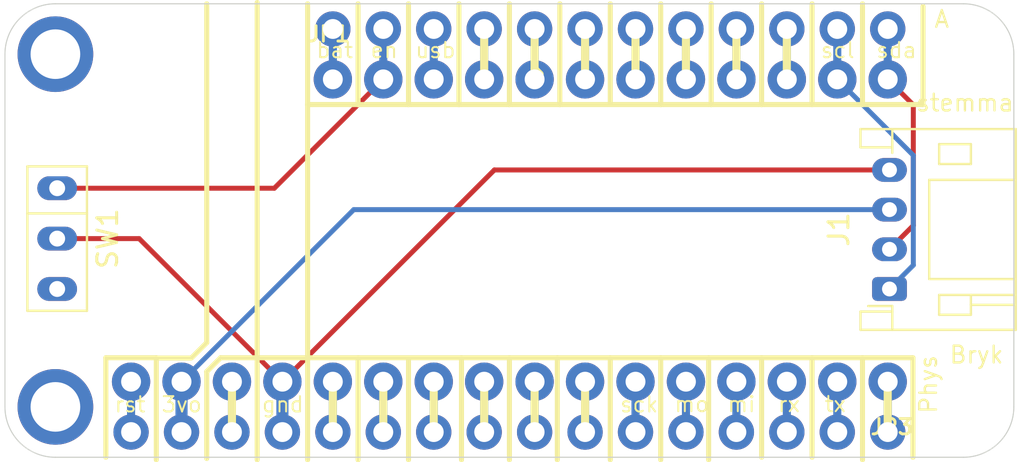
<source format=kicad_pcb>
(kicad_pcb (version 20171130) (host pcbnew "(5.1.7)-1")

  (general
    (thickness 1.6)
    (drawings 137)
    (tracks 43)
    (zones 0)
    (modules 5)
    (nets 30)
  )

  (page A4)
  (layers
    (0 Top signal)
    (31 Bottom signal)
    (32 B.Adhes user)
    (33 F.Adhes user)
    (34 B.Paste user hide)
    (35 F.Paste user hide)
    (36 B.SilkS user hide)
    (37 F.SilkS user)
    (38 B.Mask user)
    (39 F.Mask user)
    (40 Dwgs.User user hide)
    (41 Cmts.User user hide)
    (42 Eco1.User user hide)
    (43 Eco2.User user hide)
    (44 Edge.Cuts user)
    (45 Margin user hide)
    (46 B.CrtYd user)
    (47 F.CrtYd user hide)
    (48 B.Fab user hide)
    (49 F.Fab user hide)
  )

  (setup
    (last_trace_width 0.25)
    (trace_clearance 0.2)
    (zone_clearance 0.508)
    (zone_45_only no)
    (trace_min 0.2)
    (via_size 0.8)
    (via_drill 0.4)
    (via_min_size 0.4)
    (via_min_drill 0.3)
    (uvia_size 0.3)
    (uvia_drill 0.1)
    (uvias_allowed no)
    (uvia_min_size 0.2)
    (uvia_min_drill 0.1)
    (edge_width 0.05)
    (segment_width 0.2)
    (pcb_text_width 0.3)
    (pcb_text_size 1.5 1.5)
    (mod_edge_width 0.12)
    (mod_text_size 1 1)
    (mod_text_width 0.15)
    (pad_size 1.524 1.524)
    (pad_drill 0.762)
    (pad_to_mask_clearance 0)
    (aux_axis_origin 0 0)
    (visible_elements 7FFFFFFF)
    (pcbplotparams
      (layerselection 0x010f0_ffffffff)
      (usegerberextensions false)
      (usegerberattributes true)
      (usegerberadvancedattributes true)
      (creategerberjobfile true)
      (excludeedgelayer true)
      (linewidth 0.100000)
      (plotframeref false)
      (viasonmask false)
      (mode 1)
      (useauxorigin false)
      (hpglpennumber 1)
      (hpglpenspeed 20)
      (hpglpendiameter 15.000000)
      (psnegative false)
      (psa4output false)
      (plotreference true)
      (plotvalue true)
      (plotinvisibletext false)
      (padsonsilk true)
      (subtractmaskfromsilk false)
      (outputformat 1)
      (mirror false)
      (drillshape 0)
      (scaleselection 1)
      (outputdirectory ""))
  )

  (net 0 "")
  (net 1 "Net-(JP3-Pad16)")
  (net 2 "Net-(JP3-Pad1)")
  (net 3 "Net-(JP3-Pad2)")
  (net 4 "Net-(JP3-Pad3)")
  (net 5 "Net-(JP3-Pad4)")
  (net 6 "Net-(JP3-Pad5)")
  (net 7 "Net-(JP3-Pad6)")
  (net 8 "Net-(JP3-Pad7)")
  (net 9 "Net-(JP3-Pad8)")
  (net 10 "Net-(JP3-Pad9)")
  (net 11 "Net-(JP3-Pad10)")
  (net 12 "Net-(JP3-Pad11)")
  (net 13 "Net-(JP3-Pad12)")
  (net 14 "Net-(JP1-Pad10)")
  (net 15 "Net-(JP1-Pad9)")
  (net 16 "Net-(JP1-Pad8)")
  (net 17 "Net-(JP1-Pad7)")
  (net 18 "Net-(JP1-Pad6)")
  (net 19 "Net-(JP1-Pad5)")
  (net 20 "Net-(JP1-Pad4)")
  (net 21 "Net-(JP1-Pad3)")
  (net 22 "Net-(JP1-Pad2)")
  (net 23 "Net-(JP1-Pad1)")
  (net 24 "Net-(J1-Pad1)")
  (net 25 "Net-(J1-Pad2)")
  (net 26 "Net-(J1-Pad3)")
  (net 27 "Net-(J1-Pad4)")
  (net 28 "Net-(SW1-Pad3)")
  (net 29 "Net-(JP3-Pad14)")

  (net_class Default "This is the default net class."
    (clearance 0.2)
    (trace_width 0.25)
    (via_dia 0.8)
    (via_drill 0.4)
    (uvia_dia 0.3)
    (uvia_drill 0.1)
    (add_net "Net-(J1-Pad1)")
    (add_net "Net-(J1-Pad2)")
    (add_net "Net-(J1-Pad3)")
    (add_net "Net-(J1-Pad4)")
    (add_net "Net-(JP1-Pad1)")
    (add_net "Net-(JP1-Pad10)")
    (add_net "Net-(JP1-Pad2)")
    (add_net "Net-(JP1-Pad3)")
    (add_net "Net-(JP1-Pad4)")
    (add_net "Net-(JP1-Pad5)")
    (add_net "Net-(JP1-Pad6)")
    (add_net "Net-(JP1-Pad7)")
    (add_net "Net-(JP1-Pad8)")
    (add_net "Net-(JP1-Pad9)")
    (add_net "Net-(JP3-Pad1)")
    (add_net "Net-(JP3-Pad10)")
    (add_net "Net-(JP3-Pad11)")
    (add_net "Net-(JP3-Pad12)")
    (add_net "Net-(JP3-Pad14)")
    (add_net "Net-(JP3-Pad16)")
    (add_net "Net-(JP3-Pad2)")
    (add_net "Net-(JP3-Pad3)")
    (add_net "Net-(JP3-Pad4)")
    (add_net "Net-(JP3-Pad5)")
    (add_net "Net-(JP3-Pad6)")
    (add_net "Net-(JP3-Pad7)")
    (add_net "Net-(JP3-Pad8)")
    (add_net "Net-(JP3-Pad9)")
    (add_net "Net-(SW1-Pad3)")
  )

  (module Connector_JST:JST_PH_S4B-PH-K_1x04_P2.00mm_Horizontal (layer Top) (tedit 5B7745C6) (tstamp 5F9AE00A)
    (at 167.64 107.95 90)
    (descr "JST PH series connector, S4B-PH-K (http://www.jst-mfg.com/product/pdf/eng/ePH.pdf), generated with kicad-footprint-generator")
    (tags "connector JST PH top entry")
    (path /5FA6826D)
    (fp_text reference J1 (at 3 -2.55 90) (layer F.SilkS)
      (effects (font (size 1 1) (thickness 0.15)))
    )
    (fp_text value Conn_01x04_Male (at 3 7.45 90) (layer F.Fab)
      (effects (font (size 1 1) (thickness 0.15)))
    )
    (fp_line (start -0.86 0.14) (end -1.14 0.14) (layer F.SilkS) (width 0.12))
    (fp_line (start -1.14 0.14) (end -1.14 -1.46) (layer F.SilkS) (width 0.12))
    (fp_line (start -1.14 -1.46) (end -2.06 -1.46) (layer F.SilkS) (width 0.12))
    (fp_line (start -2.06 -1.46) (end -2.06 6.36) (layer F.SilkS) (width 0.12))
    (fp_line (start -2.06 6.36) (end 8.06 6.36) (layer F.SilkS) (width 0.12))
    (fp_line (start 8.06 6.36) (end 8.06 -1.46) (layer F.SilkS) (width 0.12))
    (fp_line (start 8.06 -1.46) (end 7.14 -1.46) (layer F.SilkS) (width 0.12))
    (fp_line (start 7.14 -1.46) (end 7.14 0.14) (layer F.SilkS) (width 0.12))
    (fp_line (start 7.14 0.14) (end 6.86 0.14) (layer F.SilkS) (width 0.12))
    (fp_line (start 0.5 6.36) (end 0.5 2) (layer F.SilkS) (width 0.12))
    (fp_line (start 0.5 2) (end 5.5 2) (layer F.SilkS) (width 0.12))
    (fp_line (start 5.5 2) (end 5.5 6.36) (layer F.SilkS) (width 0.12))
    (fp_line (start -2.06 0.14) (end -1.14 0.14) (layer F.SilkS) (width 0.12))
    (fp_line (start 8.06 0.14) (end 7.14 0.14) (layer F.SilkS) (width 0.12))
    (fp_line (start -1.3 2.5) (end -1.3 4.1) (layer F.SilkS) (width 0.12))
    (fp_line (start -1.3 4.1) (end -0.3 4.1) (layer F.SilkS) (width 0.12))
    (fp_line (start -0.3 4.1) (end -0.3 2.5) (layer F.SilkS) (width 0.12))
    (fp_line (start -0.3 2.5) (end -1.3 2.5) (layer F.SilkS) (width 0.12))
    (fp_line (start 7.3 2.5) (end 7.3 4.1) (layer F.SilkS) (width 0.12))
    (fp_line (start 7.3 4.1) (end 6.3 4.1) (layer F.SilkS) (width 0.12))
    (fp_line (start 6.3 4.1) (end 6.3 2.5) (layer F.SilkS) (width 0.12))
    (fp_line (start 6.3 2.5) (end 7.3 2.5) (layer F.SilkS) (width 0.12))
    (fp_line (start -0.3 4.1) (end -0.3 6.36) (layer F.SilkS) (width 0.12))
    (fp_line (start -0.8 4.1) (end -0.8 6.36) (layer F.SilkS) (width 0.12))
    (fp_line (start -2.45 -1.85) (end -2.45 6.75) (layer F.CrtYd) (width 0.05))
    (fp_line (start -2.45 6.75) (end 8.45 6.75) (layer F.CrtYd) (width 0.05))
    (fp_line (start 8.45 6.75) (end 8.45 -1.85) (layer F.CrtYd) (width 0.05))
    (fp_line (start 8.45 -1.85) (end -2.45 -1.85) (layer F.CrtYd) (width 0.05))
    (fp_line (start -1.25 0.25) (end -1.25 -1.35) (layer F.Fab) (width 0.1))
    (fp_line (start -1.25 -1.35) (end -1.95 -1.35) (layer F.Fab) (width 0.1))
    (fp_line (start -1.95 -1.35) (end -1.95 6.25) (layer F.Fab) (width 0.1))
    (fp_line (start -1.95 6.25) (end 7.95 6.25) (layer F.Fab) (width 0.1))
    (fp_line (start 7.95 6.25) (end 7.95 -1.35) (layer F.Fab) (width 0.1))
    (fp_line (start 7.95 -1.35) (end 7.25 -1.35) (layer F.Fab) (width 0.1))
    (fp_line (start 7.25 -1.35) (end 7.25 0.25) (layer F.Fab) (width 0.1))
    (fp_line (start 7.25 0.25) (end -1.25 0.25) (layer F.Fab) (width 0.1))
    (fp_line (start -0.86 0.14) (end -0.86 -1.075) (layer F.SilkS) (width 0.12))
    (fp_line (start 0 0.875) (end -0.5 1.375) (layer F.Fab) (width 0.1))
    (fp_line (start -0.5 1.375) (end 0.5 1.375) (layer F.Fab) (width 0.1))
    (fp_line (start 0.5 1.375) (end 0 0.875) (layer F.Fab) (width 0.1))
    (fp_text user %R (at 3 2.5 90) (layer F.Fab)
      (effects (font (size 1 1) (thickness 0.15)))
    )
    (pad 4 thru_hole oval (at 6 0 90) (size 1.2 1.75) (drill 0.75) (layers *.Cu *.Mask)
      (net 27 "Net-(J1-Pad4)"))
    (pad 3 thru_hole oval (at 4 0 90) (size 1.2 1.75) (drill 0.75) (layers *.Cu *.Mask)
      (net 26 "Net-(J1-Pad3)"))
    (pad 2 thru_hole oval (at 2 0 90) (size 1.2 1.75) (drill 0.75) (layers *.Cu *.Mask)
      (net 25 "Net-(J1-Pad2)"))
    (pad 1 thru_hole roundrect (at 0 0 90) (size 1.2 1.75) (drill 0.75) (layers *.Cu *.Mask) (roundrect_rratio 0.2083325)
      (net 24 "Net-(J1-Pad1)"))
    (model ${KISYS3DMOD}/Connector_JST.3dshapes/JST_PH_S4B-PH-K_1x04_P2.00mm_Horizontal.wrl
      (at (xyz 0 0 0))
      (scale (xyz 1 1 1))
      (rotate (xyz 0 0 0))
    )
  )

  (module "Proto FeatherWing:FEATHERWING" (layer Top) (tedit 0) (tstamp 5F9AE2B7)
    (at 123.1011 116.4336)
    (path /7ABB1F02)
    (fp_text reference MS1 (at 0 0) (layer F.SilkS) hide
      (effects (font (size 1.27 1.27) (thickness 0.15)))
    )
    (fp_text value FEATHERWING (at 0 0) (layer F.SilkS) hide
      (effects (font (size 1.27 1.27) (thickness 0.15)))
    )
    (fp_line (start 2.54 0) (end 48.26 0) (layer Edge.Cuts) (width 0.05))
    (fp_line (start 50.8 -2.54) (end 50.8 -20.32) (layer Edge.Cuts) (width 0.05))
    (fp_line (start 48.26 -22.86) (end 2.54 -22.86) (layer Edge.Cuts) (width 0.05))
    (fp_line (start 0 -20.32) (end 0 -2.54) (layer Edge.Cuts) (width 0.05))
    (fp_arc (start 2.54 -2.54) (end 0 -2.54) (angle -90) (layer Edge.Cuts) (width 0.05))
    (fp_arc (start 2.54 -20.32) (end 2.54 -22.86) (angle -90) (layer Edge.Cuts) (width 0.05))
    (fp_arc (start 48.26 -20.32) (end 50.8 -20.32) (angle -90) (layer Edge.Cuts) (width 0.05))
    (fp_arc (start 48.26 -2.54) (end 48.26 0) (angle -90) (layer Edge.Cuts) (width 0.05))
    (pad 1 thru_hole circle (at 6.35 -1.27) (size 1.778 1.778) (drill 1) (layers *.Cu *.Mask)
      (net 1 "Net-(JP3-Pad16)") (solder_mask_margin 0.0508))
    (pad 2 thru_hole circle (at 8.89 -1.27) (size 1.778 1.778) (drill 1) (layers *.Cu *.Mask)
      (net 26 "Net-(J1-Pad3)") (solder_mask_margin 0.0508))
    (pad 3 thru_hole circle (at 11.43 -1.27) (size 1.778 1.778) (drill 1) (layers *.Cu *.Mask)
      (net 29 "Net-(JP3-Pad14)") (solder_mask_margin 0.0508))
    (pad 4 thru_hole circle (at 13.97 -1.27) (size 1.778 1.778) (drill 1) (layers *.Cu *.Mask)
      (net 27 "Net-(J1-Pad4)") (solder_mask_margin 0.0508))
    (pad 16 thru_hole circle (at 44.45 -1.27) (size 1.778 1.778) (drill 1) (layers *.Cu *.Mask)
      (net 2 "Net-(JP3-Pad1)") (solder_mask_margin 0.0508))
    (pad 15 thru_hole circle (at 41.91 -1.27) (size 1.778 1.778) (drill 1) (layers *.Cu *.Mask)
      (net 3 "Net-(JP3-Pad2)") (solder_mask_margin 0.0508))
    (pad 14 thru_hole circle (at 39.37 -1.27) (size 1.778 1.778) (drill 1) (layers *.Cu *.Mask)
      (net 4 "Net-(JP3-Pad3)") (solder_mask_margin 0.0508))
    (pad 13 thru_hole circle (at 36.83 -1.27) (size 1.778 1.778) (drill 1) (layers *.Cu *.Mask)
      (net 5 "Net-(JP3-Pad4)") (solder_mask_margin 0.0508))
    (pad 12 thru_hole circle (at 34.29 -1.27) (size 1.778 1.778) (drill 1) (layers *.Cu *.Mask)
      (net 6 "Net-(JP3-Pad5)") (solder_mask_margin 0.0508))
    (pad 11 thru_hole circle (at 31.75 -1.27) (size 1.778 1.778) (drill 1) (layers *.Cu *.Mask)
      (net 7 "Net-(JP3-Pad6)") (solder_mask_margin 0.0508))
    (pad 10 thru_hole circle (at 29.21 -1.27) (size 1.778 1.778) (drill 1) (layers *.Cu *.Mask)
      (net 8 "Net-(JP3-Pad7)") (solder_mask_margin 0.0508))
    (pad 9 thru_hole circle (at 26.67 -1.27) (size 1.778 1.778) (drill 1) (layers *.Cu *.Mask)
      (net 9 "Net-(JP3-Pad8)") (solder_mask_margin 0.0508))
    (pad 8 thru_hole circle (at 24.13 -1.27) (size 1.778 1.778) (drill 1) (layers *.Cu *.Mask)
      (net 10 "Net-(JP3-Pad9)") (solder_mask_margin 0.0508))
    (pad 7 thru_hole circle (at 21.59 -1.27) (size 1.778 1.778) (drill 1) (layers *.Cu *.Mask)
      (net 11 "Net-(JP3-Pad10)") (solder_mask_margin 0.0508))
    (pad 6 thru_hole circle (at 19.05 -1.27) (size 1.778 1.778) (drill 1) (layers *.Cu *.Mask)
      (net 12 "Net-(JP3-Pad11)") (solder_mask_margin 0.0508))
    (pad 5 thru_hole circle (at 16.51 -1.27) (size 1.778 1.778) (drill 1) (layers *.Cu *.Mask)
      (net 13 "Net-(JP3-Pad12)") (solder_mask_margin 0.0508))
    (pad 17 thru_hole circle (at 44.45 -21.59) (size 1.778 1.778) (drill 1) (layers *.Cu *.Mask)
      (net 25 "Net-(J1-Pad2)") (solder_mask_margin 0.0508))
    (pad 18 thru_hole circle (at 41.91 -21.59) (size 1.778 1.778) (drill 1) (layers *.Cu *.Mask)
      (net 24 "Net-(J1-Pad1)") (solder_mask_margin 0.0508))
    (pad 19 thru_hole circle (at 39.37 -21.59) (size 1.778 1.778) (drill 1) (layers *.Cu *.Mask)
      (net 14 "Net-(JP1-Pad10)") (solder_mask_margin 0.0508))
    (pad 20 thru_hole circle (at 36.83 -21.59) (size 1.778 1.778) (drill 1) (layers *.Cu *.Mask)
      (net 15 "Net-(JP1-Pad9)") (solder_mask_margin 0.0508))
    (pad 21 thru_hole circle (at 34.29 -21.59) (size 1.778 1.778) (drill 1) (layers *.Cu *.Mask)
      (net 16 "Net-(JP1-Pad8)") (solder_mask_margin 0.0508))
    (pad 22 thru_hole circle (at 31.75 -21.59) (size 1.778 1.778) (drill 1) (layers *.Cu *.Mask)
      (net 17 "Net-(JP1-Pad7)") (solder_mask_margin 0.0508))
    (pad 23 thru_hole circle (at 29.21 -21.59) (size 1.778 1.778) (drill 1) (layers *.Cu *.Mask)
      (net 18 "Net-(JP1-Pad6)") (solder_mask_margin 0.0508))
    (pad 24 thru_hole circle (at 26.67 -21.59) (size 1.778 1.778) (drill 1) (layers *.Cu *.Mask)
      (net 19 "Net-(JP1-Pad5)") (solder_mask_margin 0.0508))
    (pad 25 thru_hole circle (at 24.13 -21.59) (size 1.778 1.778) (drill 1) (layers *.Cu *.Mask)
      (net 20 "Net-(JP1-Pad4)") (solder_mask_margin 0.0508))
    (pad 26 thru_hole circle (at 21.59 -21.59) (size 1.778 1.778) (drill 1) (layers *.Cu *.Mask)
      (net 21 "Net-(JP1-Pad3)") (solder_mask_margin 0.0508))
    (pad 27 thru_hole circle (at 19.05 -21.59) (size 1.778 1.778) (drill 1) (layers *.Cu *.Mask)
      (net 22 "Net-(JP1-Pad2)") (solder_mask_margin 0.0508))
    (pad 28 thru_hole circle (at 16.51 -21.59) (size 1.778 1.778) (drill 1) (layers *.Cu *.Mask)
      (net 23 "Net-(JP1-Pad1)") (solder_mask_margin 0.0508))
    (pad P$2 thru_hole circle (at 2.54 -2.54) (size 3.81 3.81) (drill 2.5) (layers *.Cu *.Mask)
      (solder_mask_margin 0.0508))
    (pad P$1 thru_hole circle (at 2.54 -20.32) (size 3.81 3.81) (drill 2.5) (layers *.Cu *.Mask)
      (solder_mask_margin 0.0508))
    (pad "" np_thru_hole circle (at 48.26 -2.54) (size 2.54 2.54) (drill 2.54) (layers *.Cu *.Mask))
    (pad "" np_thru_hole circle (at 48.26 -20.32) (size 2.54 2.54) (drill 2.54) (layers *.Cu *.Mask))
  )

  (module "Proto FeatherWing:1X16_ROUND_76MIL" (layer Top) (tedit 0) (tstamp 5F9AA8E8)
    (at 148.5011 112.6236 180)
    (path /8182258E)
    (fp_text reference JP3 (at -20.3962 -1.8288 180) (layer F.SilkS)
      (effects (font (size 0.77216 0.77216) (thickness 0.146304)) (justify right top))
    )
    (fp_text value HEADER-1X16_76MIL (at -20.32 3.175 180) (layer F.Fab)
      (effects (font (size 0.38608 0.38608) (thickness 0.04064)) (justify right top))
    )
    (fp_poly (pts (xy 16.256 0.254) (xy 16.764 0.254) (xy 16.764 -0.254) (xy 16.256 -0.254)) (layer F.Fab) (width 0))
    (fp_poly (pts (xy 13.716 0.254) (xy 14.224 0.254) (xy 14.224 -0.254) (xy 13.716 -0.254)) (layer F.Fab) (width 0))
    (fp_poly (pts (xy 11.176 0.254) (xy 11.684 0.254) (xy 11.684 -0.254) (xy 11.176 -0.254)) (layer F.Fab) (width 0))
    (fp_poly (pts (xy 8.636 0.254) (xy 9.144 0.254) (xy 9.144 -0.254) (xy 8.636 -0.254)) (layer F.Fab) (width 0))
    (fp_poly (pts (xy 6.096 0.254) (xy 6.604 0.254) (xy 6.604 -0.254) (xy 6.096 -0.254)) (layer F.Fab) (width 0))
    (fp_poly (pts (xy 3.556 0.254) (xy 4.064 0.254) (xy 4.064 -0.254) (xy 3.556 -0.254)) (layer F.Fab) (width 0))
    (fp_poly (pts (xy 1.016 0.254) (xy 1.524 0.254) (xy 1.524 -0.254) (xy 1.016 -0.254)) (layer F.Fab) (width 0))
    (fp_poly (pts (xy -1.524 0.254) (xy -1.016 0.254) (xy -1.016 -0.254) (xy -1.524 -0.254)) (layer F.Fab) (width 0))
    (fp_poly (pts (xy -4.064 0.254) (xy -3.556 0.254) (xy -3.556 -0.254) (xy -4.064 -0.254)) (layer F.Fab) (width 0))
    (fp_poly (pts (xy -6.604 0.254) (xy -6.096 0.254) (xy -6.096 -0.254) (xy -6.604 -0.254)) (layer F.Fab) (width 0))
    (fp_poly (pts (xy -9.144 0.254) (xy -8.636 0.254) (xy -8.636 -0.254) (xy -9.144 -0.254)) (layer F.Fab) (width 0))
    (fp_poly (pts (xy -11.684 0.254) (xy -11.176 0.254) (xy -11.176 -0.254) (xy -11.684 -0.254)) (layer F.Fab) (width 0))
    (fp_poly (pts (xy -14.224 0.254) (xy -13.716 0.254) (xy -13.716 -0.254) (xy -14.224 -0.254)) (layer F.Fab) (width 0))
    (fp_poly (pts (xy -16.764 0.254) (xy -16.256 0.254) (xy -16.256 -0.254) (xy -16.764 -0.254)) (layer F.Fab) (width 0))
    (fp_poly (pts (xy -19.304 0.254) (xy -18.796 0.254) (xy -18.796 -0.254) (xy -19.304 -0.254)) (layer F.Fab) (width 0))
    (fp_poly (pts (xy 18.796 0.254) (xy 19.304 0.254) (xy 19.304 -0.254) (xy 18.796 -0.254)) (layer F.Fab) (width 0))
    (pad 16 thru_hole circle (at 19.05 0 270) (size 1.9304 1.9304) (drill 1) (layers *.Cu *.Mask)
      (net 1 "Net-(JP3-Pad16)") (solder_mask_margin 0.0508))
    (pad 15 thru_hole circle (at 16.51 0 270) (size 1.9304 1.9304) (drill 1) (layers *.Cu *.Mask)
      (net 26 "Net-(J1-Pad3)") (solder_mask_margin 0.0508))
    (pad 14 thru_hole circle (at 13.97 0 270) (size 1.9304 1.9304) (drill 1) (layers *.Cu *.Mask)
      (net 29 "Net-(JP3-Pad14)") (solder_mask_margin 0.0508))
    (pad 13 thru_hole circle (at 11.43 0 270) (size 1.9304 1.9304) (drill 1) (layers *.Cu *.Mask)
      (net 27 "Net-(J1-Pad4)") (solder_mask_margin 0.0508))
    (pad 12 thru_hole circle (at 8.89 0 270) (size 1.9304 1.9304) (drill 1) (layers *.Cu *.Mask)
      (net 13 "Net-(JP3-Pad12)") (solder_mask_margin 0.0508))
    (pad 11 thru_hole circle (at 6.35 0 270) (size 1.9304 1.9304) (drill 1) (layers *.Cu *.Mask)
      (net 12 "Net-(JP3-Pad11)") (solder_mask_margin 0.0508))
    (pad 10 thru_hole circle (at 3.81 0 270) (size 1.9304 1.9304) (drill 1) (layers *.Cu *.Mask)
      (net 11 "Net-(JP3-Pad10)") (solder_mask_margin 0.0508))
    (pad 9 thru_hole circle (at 1.27 0 270) (size 1.9304 1.9304) (drill 1) (layers *.Cu *.Mask)
      (net 10 "Net-(JP3-Pad9)") (solder_mask_margin 0.0508))
    (pad 8 thru_hole circle (at -1.27 0 270) (size 1.9304 1.9304) (drill 1) (layers *.Cu *.Mask)
      (net 9 "Net-(JP3-Pad8)") (solder_mask_margin 0.0508))
    (pad 7 thru_hole circle (at -3.81 0 270) (size 1.9304 1.9304) (drill 1) (layers *.Cu *.Mask)
      (net 8 "Net-(JP3-Pad7)") (solder_mask_margin 0.0508))
    (pad 6 thru_hole circle (at -6.35 0 270) (size 1.9304 1.9304) (drill 1) (layers *.Cu *.Mask)
      (net 7 "Net-(JP3-Pad6)") (solder_mask_margin 0.0508))
    (pad 5 thru_hole circle (at -8.89 0 270) (size 1.9304 1.9304) (drill 1) (layers *.Cu *.Mask)
      (net 6 "Net-(JP3-Pad5)") (solder_mask_margin 0.0508))
    (pad 4 thru_hole circle (at -11.43 0 270) (size 1.9304 1.9304) (drill 1) (layers *.Cu *.Mask)
      (net 5 "Net-(JP3-Pad4)") (solder_mask_margin 0.0508))
    (pad 3 thru_hole circle (at -13.97 0 270) (size 1.9304 1.9304) (drill 1) (layers *.Cu *.Mask)
      (net 4 "Net-(JP3-Pad3)") (solder_mask_margin 0.0508))
    (pad 2 thru_hole circle (at -16.51 0 270) (size 1.9304 1.9304) (drill 1) (layers *.Cu *.Mask)
      (net 3 "Net-(JP3-Pad2)") (solder_mask_margin 0.0508))
    (pad 1 thru_hole circle (at -19.05 0 270) (size 1.9304 1.9304) (drill 1) (layers *.Cu *.Mask)
      (net 2 "Net-(JP3-Pad1)") (solder_mask_margin 0.0508))
  )

  (module "Proto FeatherWing:1X12_ROUND_76MIL" (layer Top) (tedit 0) (tstamp 5F9AA90B)
    (at 153.5811 97.3836)
    (path /0B60073D)
    (fp_text reference JP1 (at -15.3162 -1.8288) (layer F.SilkS)
      (effects (font (size 0.77216 0.77216) (thickness 0.146304)) (justify left bottom))
    )
    (fp_text value HEADER-1X1276MIL (at -15.24 3.175) (layer F.Fab)
      (effects (font (size 0.38608 0.38608) (thickness 0.04064)) (justify left bottom))
    )
    (fp_line (start -15.24 -0.635) (end -15.24 0.635) (layer F.Fab) (width 0.2032))
    (fp_poly (pts (xy 6.096 0.254) (xy 6.604 0.254) (xy 6.604 -0.254) (xy 6.096 -0.254)) (layer F.Fab) (width 0))
    (fp_poly (pts (xy 3.556 0.254) (xy 4.064 0.254) (xy 4.064 -0.254) (xy 3.556 -0.254)) (layer F.Fab) (width 0))
    (fp_poly (pts (xy 1.016 0.254) (xy 1.524 0.254) (xy 1.524 -0.254) (xy 1.016 -0.254)) (layer F.Fab) (width 0))
    (fp_poly (pts (xy -1.524 0.254) (xy -1.016 0.254) (xy -1.016 -0.254) (xy -1.524 -0.254)) (layer F.Fab) (width 0))
    (fp_poly (pts (xy -4.064 0.254) (xy -3.556 0.254) (xy -3.556 -0.254) (xy -4.064 -0.254)) (layer F.Fab) (width 0))
    (fp_poly (pts (xy -6.604 0.254) (xy -6.096 0.254) (xy -6.096 -0.254) (xy -6.604 -0.254)) (layer F.Fab) (width 0))
    (fp_poly (pts (xy -9.144 0.254) (xy -8.636 0.254) (xy -8.636 -0.254) (xy -9.144 -0.254)) (layer F.Fab) (width 0))
    (fp_poly (pts (xy -11.684 0.254) (xy -11.176 0.254) (xy -11.176 -0.254) (xy -11.684 -0.254)) (layer F.Fab) (width 0))
    (fp_poly (pts (xy -14.224 0.254) (xy -13.716 0.254) (xy -13.716 -0.254) (xy -14.224 -0.254)) (layer F.Fab) (width 0))
    (fp_poly (pts (xy 8.636 0.254) (xy 9.144 0.254) (xy 9.144 -0.254) (xy 8.636 -0.254)) (layer F.Fab) (width 0))
    (fp_poly (pts (xy 11.176 0.254) (xy 11.684 0.254) (xy 11.684 -0.254) (xy 11.176 -0.254)) (layer F.Fab) (width 0))
    (fp_poly (pts (xy 13.716 0.254) (xy 14.224 0.254) (xy 14.224 -0.254) (xy 13.716 -0.254)) (layer F.Fab) (width 0))
    (pad 12 thru_hole circle (at 13.97 0 90) (size 1.9304 1.9304) (drill 1) (layers *.Cu *.Mask)
      (net 25 "Net-(J1-Pad2)") (solder_mask_margin 0.0508))
    (pad 11 thru_hole circle (at 11.43 0 90) (size 1.9304 1.9304) (drill 1) (layers *.Cu *.Mask)
      (net 24 "Net-(J1-Pad1)") (solder_mask_margin 0.0508))
    (pad 10 thru_hole circle (at 8.89 0 90) (size 1.9304 1.9304) (drill 1) (layers *.Cu *.Mask)
      (net 14 "Net-(JP1-Pad10)") (solder_mask_margin 0.0508))
    (pad 9 thru_hole circle (at 6.35 0 90) (size 1.9304 1.9304) (drill 1) (layers *.Cu *.Mask)
      (net 15 "Net-(JP1-Pad9)") (solder_mask_margin 0.0508))
    (pad 8 thru_hole circle (at 3.81 0 90) (size 1.9304 1.9304) (drill 1) (layers *.Cu *.Mask)
      (net 16 "Net-(JP1-Pad8)") (solder_mask_margin 0.0508))
    (pad 7 thru_hole circle (at 1.27 0 90) (size 1.9304 1.9304) (drill 1) (layers *.Cu *.Mask)
      (net 17 "Net-(JP1-Pad7)") (solder_mask_margin 0.0508))
    (pad 6 thru_hole circle (at -1.27 0 90) (size 1.9304 1.9304) (drill 1) (layers *.Cu *.Mask)
      (net 18 "Net-(JP1-Pad6)") (solder_mask_margin 0.0508))
    (pad 5 thru_hole circle (at -3.81 0 90) (size 1.9304 1.9304) (drill 1) (layers *.Cu *.Mask)
      (net 19 "Net-(JP1-Pad5)") (solder_mask_margin 0.0508))
    (pad 4 thru_hole circle (at -6.35 0 90) (size 1.9304 1.9304) (drill 1) (layers *.Cu *.Mask)
      (net 20 "Net-(JP1-Pad4)") (solder_mask_margin 0.0508))
    (pad 3 thru_hole circle (at -8.89 0 90) (size 1.9304 1.9304) (drill 1) (layers *.Cu *.Mask)
      (net 21 "Net-(JP1-Pad3)") (solder_mask_margin 0.0508))
    (pad 2 thru_hole circle (at -11.43 0 90) (size 1.9304 1.9304) (drill 1) (layers *.Cu *.Mask)
      (net 22 "Net-(JP1-Pad2)") (solder_mask_margin 0.0508))
    (pad 1 thru_hole circle (at -13.97 0 90) (size 1.9304 1.9304) (drill 1) (layers *.Cu *.Mask)
      (net 23 "Net-(JP1-Pad1)") (solder_mask_margin 0.0508))
  )

  (module physbryk:SPDT-Slide (layer Top) (tedit 0) (tstamp 5F9AE01A)
    (at 125.73 105.41 270)
    (path /5FA65BD9)
    (fp_text reference SW1 (at 0 -2.54 90) (layer F.SilkS)
      (effects (font (size 1 1) (thickness 0.15)))
    )
    (fp_text value SW_SPDT (at 0 -2.5 90) (layer F.Fab)
      (effects (font (size 1 1) (thickness 0.15)))
    )
    (fp_line (start -3.64 -1.5) (end 3.64 -1.5) (layer F.SilkS) (width 0.12))
    (fp_line (start 3.64 -1.5) (end 3.64 1.5) (layer F.SilkS) (width 0.12))
    (fp_line (start 3.64 1.5) (end -3.64 1.5) (layer F.SilkS) (width 0.12))
    (fp_line (start -3.64 1.5) (end -3.64 -1.5) (layer F.SilkS) (width 0.12))
    (fp_line (start -1.27 -1.5) (end -1.27 1.5) (layer F.SilkS) (width 0.12))
    (fp_line (start -3.39 -1.25) (end 3.39 -1.25) (layer F.CrtYd) (width 0.05))
    (fp_line (start 3.39 -1.25) (end 3.39 1.25) (layer F.CrtYd) (width 0.05))
    (fp_line (start 3.39 1.25) (end -3.39 1.25) (layer F.CrtYd) (width 0.05))
    (fp_line (start -3.39 1.25) (end -3.39 -1.25) (layer F.CrtYd) (width 0.05))
    (pad 1 thru_hole oval (at -2.54 0 270) (size 1.2 2) (drill 0.8) (layers *.Cu *.Mask)
      (net 22 "Net-(JP1-Pad2)"))
    (pad 2 thru_hole oval (at 0 0 270) (size 1.2 2) (drill 0.8) (layers *.Cu *.Mask)
      (net 27 "Net-(J1-Pad4)"))
    (pad 3 thru_hole oval (at 2.54 0 270) (size 1.2 2) (drill 0.8) (layers *.Cu *.Mask)
      (net 28 "Net-(SW1-Pad3)"))
  )

  (gr_text stemma (at 168.91 99.06) (layer F.SilkS) (tstamp 38C66980)
    (effects (font (size 0.84455 0.84455) (thickness 0.11557)) (justify left bottom))
  )
  (gr_text rst (at 128.5621 114.2238) (layer F.SilkS) (tstamp 38C61DE0)
    (effects (font (size 0.77216 0.77216) (thickness 0.097536)) (justify left bottom))
  )
  (gr_text 3vo (at 130.9243 114.2238) (layer F.SilkS) (tstamp 38C633C0)
    (effects (font (size 0.77216 0.77216) (thickness 0.097536)) (justify left bottom))
  )
  (gr_text gnd (at 135.9789 114.2238) (layer F.SilkS) (tstamp 38C62D80)
    (effects (font (size 0.77216 0.77216) (thickness 0.097536)) (justify left bottom))
  )
  (gr_text en (at 141.4526 96.3676) (layer F.SilkS) (tstamp 38C61340)
    (effects (font (size 0.77216 0.77216) (thickness 0.097536)) (justify left bottom))
  )
  (gr_text bat (at 138.7221 96.3676) (layer F.SilkS) (tstamp 38C631E0)
    (effects (font (size 0.77216 0.77216) (thickness 0.097536)) (justify left bottom))
  )
  (gr_text usb (at 143.7005 96.3676) (layer F.SilkS) (tstamp 38C610C0)
    (effects (font (size 0.77216 0.77216) (thickness 0.097536)) (justify left bottom))
  )
  (gr_text sda (at 166.9161 96.3676) (layer F.SilkS) (tstamp 38C62BA0)
    (effects (font (size 0.77216 0.77216) (thickness 0.097536)) (justify left bottom))
  )
  (gr_text scl (at 164.1221 96.3676) (layer F.SilkS) (tstamp 38C61D40)
    (effects (font (size 0.77216 0.77216) (thickness 0.097536)) (justify left bottom))
  )
  (gr_text tx (at 164.3126 114.2111) (layer F.SilkS) (tstamp 38C635A0)
    (effects (font (size 0.77216 0.77216) (thickness 0.097536)) (justify left bottom))
  )
  (gr_text rx (at 161.9631 114.2111) (layer F.SilkS) (tstamp 38C636E0)
    (effects (font (size 0.77216 0.77216) (thickness 0.097536)) (justify left bottom))
  )
  (gr_text mi (at 159.4231 114.2111) (layer F.SilkS) (tstamp 38C61160)
    (effects (font (size 0.77216 0.77216) (thickness 0.097536)) (justify left bottom))
  )
  (gr_text mo (at 156.7561 114.2111) (layer F.SilkS) (tstamp 38C63780)
    (effects (font (size 0.77216 0.77216) (thickness 0.097536)) (justify left bottom))
  )
  (gr_text sck (at 154.0129 114.2238) (layer F.SilkS) (tstamp 38C61E80)
    (effects (font (size 0.77216 0.77216) (thickness 0.097536)) (justify left bottom))
  )
  (gr_line (start 125.6411 93.5736) (end 171.3611 93.5736) (layer Edge.Cuts) (width 0.05) (tstamp 38C63820))
  (gr_arc (start 171.3611 96.1136) (end 171.3611 93.5736) (angle 90) (layer Edge.Cuts) (width 0.05) (tstamp 38C613E0))
  (gr_line (start 173.9011 96.1136) (end 173.9011 113.8936) (layer Edge.Cuts) (width 0.05) (tstamp 38C61520))
  (gr_arc (start 171.3611 113.8936) (end 173.9011 113.8936) (angle 90) (layer Edge.Cuts) (width 0.05) (tstamp 38C615C0))
  (gr_line (start 171.3611 116.4336) (end 125.6411 116.4336) (layer Edge.Cuts) (width 0.05) (tstamp 38C62060))
  (gr_arc (start 125.6411 113.8936) (end 125.6411 116.4336) (angle 90) (layer Edge.Cuts) (width 0.05) (tstamp 38C61840))
  (gr_line (start 123.1011 113.8936) (end 123.1011 96.1136) (layer Edge.Cuts) (width 0.05) (tstamp 38C61660))
  (gr_arc (start 125.6411 96.1136) (end 123.1011 96.1136) (angle 90) (layer Edge.Cuts) (width 0.05) (tstamp 38C622E0))
  (gr_line (start 138.3411 98.6536) (end 140.8811 98.6536) (layer F.SilkS) (width 0.254) (tstamp 38C62100))
  (gr_line (start 140.8811 98.6536) (end 143.4211 98.6536) (layer F.SilkS) (width 0.254) (tstamp 38C626A0))
  (gr_line (start 143.4211 98.6536) (end 145.9611 98.6536) (layer F.SilkS) (width 0.254) (tstamp 38C621A0))
  (gr_line (start 145.9611 98.6536) (end 148.5011 98.6536) (layer F.SilkS) (width 0.254) (tstamp 38C62240))
  (gr_line (start 148.5011 98.6536) (end 151.0411 98.6536) (layer F.SilkS) (width 0.254) (tstamp 38C62380))
  (gr_line (start 151.0411 98.6536) (end 156.1211 98.6536) (layer F.SilkS) (width 0.254) (tstamp 38C624C0))
  (gr_line (start 156.1211 98.6536) (end 158.6611 98.6536) (layer F.SilkS) (width 0.254) (tstamp 38C65800))
  (gr_line (start 158.6611 98.6536) (end 161.2011 98.6536) (layer F.SilkS) (width 0.254) (tstamp 38C640E0))
  (gr_line (start 161.2011 98.6536) (end 163.7411 98.6536) (layer F.SilkS) (width 0.254) (tstamp 38C63C80))
  (gr_line (start 163.7411 98.6536) (end 166.2811 98.6536) (layer F.SilkS) (width 0.254) (tstamp 38C64D60))
  (gr_line (start 166.2811 98.6536) (end 169.3291 98.6536) (layer F.SilkS) (width 0.254) (tstamp 38C65C60))
  (gr_line (start 169.3291 98.6536) (end 169.3291 93.7006) (layer F.SilkS) (width 0.254) (tstamp 38C658A0))
  (gr_line (start 140.8811 93.5736) (end 140.8811 98.6536) (layer F.SilkS) (width 0.254) (tstamp 38C63D20))
  (gr_line (start 143.4211 93.5736) (end 143.4211 98.6536) (layer F.SilkS) (width 0.254) (tstamp 38C656C0))
  (gr_line (start 145.9611 98.6536) (end 145.9611 93.5736) (layer F.SilkS) (width 0.254) (tstamp 38C64180))
  (gr_line (start 148.5011 98.6536) (end 148.5011 93.5736) (layer F.SilkS) (width 0.254) (tstamp 38C645E0))
  (gr_line (start 151.0411 93.5736) (end 151.0411 98.6536) (layer F.SilkS) (width 0.254) (tstamp 38C65580))
  (gr_line (start 153.5811 98.5266) (end 153.5811 93.5736) (layer F.SilkS) (width 0.254) (tstamp 38C63FA0))
  (gr_line (start 156.1211 93.5736) (end 156.1211 98.6536) (layer F.SilkS) (width 0.254) (tstamp 38C64540))
  (gr_line (start 158.6611 93.5736) (end 158.6611 98.6536) (layer F.SilkS) (width 0.254) (tstamp 38C64040))
  (gr_line (start 161.2011 93.5736) (end 161.2011 98.6536) (layer F.SilkS) (width 0.254) (tstamp 38C64220))
  (gr_line (start 163.7411 93.5736) (end 163.7411 98.6536) (layer F.SilkS) (width 0.254) (tstamp 38C642C0))
  (gr_line (start 166.2811 93.5736) (end 166.2811 98.6536) (layer F.SilkS) (width 0.254) (tstamp 38C64360))
  (gr_line (start 158.5341 111.4171) (end 156.1211 111.4171) (layer F.SilkS) (width 0.254) (tstamp 38C64FE0))
  (gr_line (start 156.1211 111.4171) (end 153.5811 111.4171) (layer F.SilkS) (width 0.254) (tstamp 38C65F80))
  (gr_line (start 153.5811 111.4171) (end 150.9141 111.4171) (layer F.SilkS) (width 0.254) (tstamp 38C64F40))
  (gr_line (start 150.9141 111.4171) (end 148.5011 111.4171) (layer F.SilkS) (width 0.254) (tstamp 38C66020))
  (gr_line (start 148.5011 111.4171) (end 146.0881 111.4171) (layer F.SilkS) (width 0.254) (tstamp 38C65BC0))
  (gr_line (start 146.0881 111.4171) (end 140.8811 111.4171) (layer F.SilkS) (width 0.254) (tstamp 38C65A80))
  (gr_line (start 140.8811 111.4171) (end 138.3411 111.4171) (layer F.SilkS) (width 0.254) (tstamp 38C63F00))
  (gr_line (start 138.3411 111.4171) (end 135.8011 111.4171) (layer F.SilkS) (width 0.254) (tstamp 38C65260))
  (gr_line (start 130.7211 111.4171) (end 128.1811 111.4171) (layer F.SilkS) (width 0.254) (tstamp 38C64CC0))
  (gr_line (start 128.1811 111.4171) (end 128.1811 116.4336) (layer F.SilkS) (width 0.254) (tstamp 38C63DC0))
  (gr_line (start 158.5341 111.4171) (end 158.5341 116.5606) (layer F.SilkS) (width 0.254) (tstamp 38C65120))
  (gr_line (start 156.1211 116.5606) (end 156.1211 111.4171) (layer F.SilkS) (width 0.254) (tstamp 38C64400))
  (gr_line (start 153.5811 116.5606) (end 153.5811 111.4171) (layer F.SilkS) (width 0.254) (tstamp 38C638C0))
  (gr_line (start 150.9141 111.4171) (end 150.9141 116.5606) (layer F.SilkS) (width 0.254) (tstamp 38C65760))
  (gr_line (start 148.5011 111.4171) (end 148.5011 116.5606) (layer F.SilkS) (width 0.254) (tstamp 38C65D00))
  (gr_line (start 146.0881 116.5606) (end 146.0881 111.4171) (layer F.SilkS) (width 0.254) (tstamp 38C65940))
  (gr_line (start 143.4211 111.5441) (end 143.4211 116.5606) (layer F.SilkS) (width 0.254) (tstamp 38C63960))
  (gr_line (start 140.8811 116.5606) (end 140.8811 111.4171) (layer F.SilkS) (width 0.254) (tstamp 38C65620))
  (gr_line (start 138.3411 116.5606) (end 138.3411 111.4171) (layer F.SilkS) (width 0.254) (tstamp 38C644A0))
  (gr_line (start 135.8011 116.5606) (end 135.8011 111.4171) (layer F.SilkS) (width 0.254) (tstamp 38C64680))
  (gr_line (start 130.7211 116.5606) (end 130.7211 111.4171) (layer F.SilkS) (width 0.254) (tstamp 38C64720))
  (gr_line (start 158.5341 111.4171) (end 161.2011 111.4171) (layer F.SilkS) (width 0.254) (tstamp 38C647C0))
  (gr_line (start 161.2011 111.4171) (end 163.7411 111.4171) (layer F.SilkS) (width 0.254) (tstamp 38C63E60))
  (gr_line (start 163.7411 111.4171) (end 166.2811 111.4171) (layer F.SilkS) (width 0.254) (tstamp 38C64860))
  (gr_line (start 166.2811 111.4171) (end 168.8211 111.4171) (layer F.SilkS) (width 0.254) (tstamp 38C63A00))
  (gr_line (start 168.8211 111.4171) (end 168.8211 116.4336) (layer F.SilkS) (width 0.254) (tstamp 38C64900))
  (gr_line (start 161.2011 111.4171) (end 161.2011 116.4336) (layer F.SilkS) (width 0.254) (tstamp 38C65EE0))
  (gr_line (start 163.7411 111.4171) (end 163.7411 116.4336) (layer F.SilkS) (width 0.254) (tstamp 38C65440))
  (gr_line (start 166.2811 111.4171) (end 166.2811 116.5606) (layer F.SilkS) (width 0.254) (tstamp 38C65300))
  (gr_line (start 133.2611 110.6551) (end 133.2611 93.5736) (layer F.SilkS) (width 0.254) (tstamp 38C659E0))
  (gr_line (start 135.8011 93.5101) (end 135.8011 111.4171) (layer F.SilkS) (width 0.254) (tstamp 38C65DA0))
  (gr_line (start 138.3411 111.4171) (end 138.3411 98.6536) (layer F.SilkS) (width 0.254) (tstamp 38C65080))
  (gr_line (start 138.3411 98.6536) (end 138.3411 93.5736) (layer F.SilkS) (width 0.254) (tstamp 38C651C0))
  (gr_line (start 129.4511 115.1636) (end 129.4511 112.6236) (layer B.Mask) (width 0.6096) (tstamp 38C64A40))
  (gr_line (start 131.9911 115.1636) (end 131.9911 112.6236) (layer B.Mask) (width 0.6096) (tstamp 38C64E00))
  (gr_line (start 134.5311 112.6236) (end 134.5311 115.1636) (layer B.Mask) (width 0.6096) (tstamp 38C63AA0))
  (gr_line (start 137.0711 115.4176) (end 137.0711 112.6236) (layer B.Mask) (width 0.6096) (tstamp 38C63B40))
  (gr_line (start 139.6111 112.6236) (end 139.6111 115.1636) (layer B.Mask) (width 0.6096) (tstamp 38C653A0))
  (gr_line (start 142.1511 112.6236) (end 142.1511 115.1636) (layer B.Mask) (width 0.6096) (tstamp 38C654E0))
  (gr_line (start 144.6911 115.1636) (end 144.6911 112.6236) (layer B.Mask) (width 0.6096) (tstamp 38C63BE0))
  (gr_line (start 147.2311 112.6236) (end 147.2311 115.1636) (layer B.Mask) (width 0.6096) (tstamp 38C64AE0))
  (gr_line (start 149.7711 112.6236) (end 149.7711 115.1636) (layer B.Mask) (width 0.6096) (tstamp 38C64B80))
  (gr_line (start 152.3111 112.3696) (end 152.3111 115.1636) (layer B.Mask) (width 0.6096) (tstamp 38C64C20))
  (gr_line (start 154.8511 112.6236) (end 154.8511 115.1636) (layer B.Mask) (width 0.6096) (tstamp 38C64EA0))
  (gr_line (start 162.4711 112.6236) (end 162.4711 115.1636) (layer B.Mask) (width 0.6096) (tstamp 38C66F20))
  (gr_line (start 165.0111 115.1636) (end 165.0111 112.6236) (layer B.Mask) (width 0.6096) (tstamp 38C67B00))
  (gr_line (start 167.5511 112.6236) (end 167.5511 115.1636) (layer B.Mask) (width 0.6096) (tstamp 38C683C0))
  (gr_line (start 159.9311 115.1636) (end 159.9311 112.6236) (layer B.Mask) (width 0.6096) (tstamp 38C667A0))
  (gr_line (start 157.3911 112.6236) (end 157.3911 115.1636) (layer B.Mask) (width 0.6096) (tstamp 38C66520))
  (gr_line (start 167.5511 97.3836) (end 167.5511 94.8436) (layer B.Mask) (width 0.6096) (tstamp 38C677E0))
  (gr_line (start 165.0111 94.8436) (end 165.0111 97.1296) (layer B.Mask) (width 0.6096) (tstamp 38C68780))
  (gr_line (start 162.4711 97.3836) (end 162.4711 94.5896) (layer B.Mask) (width 0.6096) (tstamp 38C67740))
  (gr_line (start 159.9311 94.8436) (end 159.9311 97.3836) (layer B.Mask) (width 0.6096) (tstamp 38C68820))
  (gr_line (start 157.3911 97.6376) (end 157.3911 94.5896) (layer B.Mask) (width 0.6096) (tstamp 38C68460))
  (gr_line (start 154.8511 97.3836) (end 154.8511 94.8436) (layer B.Mask) (width 0.6096) (tstamp 38C68280))
  (gr_line (start 152.3111 94.5896) (end 152.3111 97.3836) (layer B.Mask) (width 0.6096) (tstamp 38C66E80))
  (gr_line (start 149.7711 94.5896) (end 149.7711 97.3836) (layer B.Mask) (width 0.6096) (tstamp 38C66700))
  (gr_line (start 147.2311 97.3836) (end 147.2311 94.5896) (layer B.Mask) (width 0.6096) (tstamp 38C66840))
  (gr_line (start 144.6911 94.5896) (end 144.6911 97.3836) (layer B.Mask) (width 0.6096) (tstamp 38C67880))
  (gr_line (start 142.1511 97.6376) (end 142.1511 94.5896) (layer B.Mask) (width 0.6096) (tstamp 38C66480))
  (gr_line (start 139.6111 94.5896) (end 139.6111 97.3836) (layer B.Mask) (width 0.6096) (tstamp 38C68320))
  (gr_line (start 130.6957 111.4298) (end 132.4737 111.4298) (layer F.SilkS) (width 0.254) (tstamp 38C665C0))
  (gr_line (start 135.8011 111.4171) (end 133.9596 111.4171) (layer F.SilkS) (width 0.254) (tstamp 38C67BA0))
  (gr_line (start 133.9596 111.4171) (end 133.2611 112.1156) (layer F.SilkS) (width 0.254) (tstamp 38C66660))
  (gr_line (start 133.2611 112.1156) (end 133.2611 116.4971) (layer F.SilkS) (width 0.254) (tstamp 38C67920))
  (gr_line (start 133.2611 110.6551) (end 132.4991 111.4171) (layer F.SilkS) (width 0.254) (tstamp 38C660C0))
  (gr_text Phys (at 170.0911 114.3 90) (layer F.SilkS) (tstamp 38C681E0)
    (effects (font (size 0.84455 0.84455) (thickness 0.11557)) (justify left bottom))
  )
  (gr_text Bryk (at 170.5991 111.76) (layer F.SilkS) (tstamp 38C676A0)
    (effects (font (size 0.84455 0.84455) (thickness 0.11557)) (justify left bottom))
  )
  (gr_text A (at 169.8371 94.8436) (layer F.SilkS) (tstamp 38C67C40)
    (effects (font (size 0.84455 0.84455) (thickness 0.11557)) (justify left bottom))
  )
  (gr_line (start 147.2311 95.0976) (end 147.2311 97.1296) (layer F.SilkS) (width 0.4064) (tstamp 38C66DE0))
  (gr_line (start 150.0251 97.1296) (end 149.7711 96.8756) (layer F.SilkS) (width 0.4064) (tstamp 38C67CE0))
  (gr_line (start 149.7711 96.8756) (end 149.7711 95.0976) (layer F.SilkS) (width 0.4064) (tstamp 38C67060))
  (gr_line (start 152.3111 95.0976) (end 152.3111 97.1296) (layer F.SilkS) (width 0.4064) (tstamp 38C66B60))
  (gr_line (start 154.8511 97.1296) (end 154.8511 95.0976) (layer F.SilkS) (width 0.4064) (tstamp 38C66200))
  (gr_line (start 157.3911 94.8436) (end 157.3911 97.1296) (layer F.SilkS) (width 0.4064) (tstamp 38C67100))
  (gr_line (start 159.9311 97.3836) (end 159.9311 95.0976) (layer F.SilkS) (width 0.4064) (tstamp 38C66160))
  (gr_line (start 162.4711 94.8436) (end 162.4711 97.1296) (layer F.SilkS) (width 0.4064) (tstamp 38C671A0))
  (gr_line (start 139.6111 114.9096) (end 139.6111 112.8776) (layer F.SilkS) (width 0.4064) (tstamp 38C680A0))
  (gr_line (start 142.1511 112.8776) (end 142.1511 114.9096) (layer F.SilkS) (width 0.4064) (tstamp 38C66C00))
  (gr_line (start 144.6911 114.9096) (end 144.6911 113.1316) (layer F.SilkS) (width 0.4064) (tstamp 38C67600))
  (gr_line (start 147.2311 115.1636) (end 147.2311 112.8776) (layer F.SilkS) (width 0.4064) (tstamp 38C67D80))
  (gr_line (start 149.7711 112.6236) (end 149.7711 114.9096) (layer F.SilkS) (width 0.4064) (tstamp 38C67240))
  (gr_line (start 152.3111 112.6236) (end 152.3111 114.9096) (layer F.SilkS) (width 0.4064) (tstamp 38C672E0))
  (gr_line (start 134.5311 112.6236) (end 134.5311 114.9096) (layer F.SilkS) (width 0.4064) (tstamp 38C67E20))
  (gr_line (start 167.5511 114.9096) (end 167.5511 112.6236) (layer F.SilkS) (width 0.4064) (tstamp 38C67380))
  (dimension 50.8 (width 0.1) (layer Dwgs.User)
    (gr_text "50.800 mm" (at 148.5011 87.4976) (layer Dwgs.User)
      (effects (font (size 1 1) (thickness 0.15)))
    )
    (feature1 (pts (xy 173.9011 100.6856) (xy 173.9011 88.161179)))
    (feature2 (pts (xy 123.1011 100.6856) (xy 123.1011 88.161179)))
    (crossbar (pts (xy 123.1011 88.7476) (xy 173.9011 88.7476)))
    (arrow1a (pts (xy 173.9011 88.7476) (xy 172.774596 89.334021)))
    (arrow1b (pts (xy 173.9011 88.7476) (xy 172.774596 88.161179)))
    (arrow2a (pts (xy 123.1011 88.7476) (xy 124.227604 89.334021)))
    (arrow2b (pts (xy 123.1011 88.7476) (xy 124.227604 88.161179)))
  )
  (dimension 45.72 (width 0.1) (layer Dwgs.User)
    (gr_text "45.720 mm" (at 148.5011 91.0536) (layer Dwgs.User)
      (effects (font (size 1 1) (thickness 0.15)))
    )
    (feature1 (pts (xy 171.3611 96.1136) (xy 171.3611 91.717179)))
    (feature2 (pts (xy 125.6411 96.1136) (xy 125.6411 91.717179)))
    (crossbar (pts (xy 125.6411 92.3036) (xy 171.3611 92.3036)))
    (arrow1a (pts (xy 171.3611 92.3036) (xy 170.234596 92.890021)))
    (arrow1b (pts (xy 171.3611 92.3036) (xy 170.234596 91.717179)))
    (arrow2a (pts (xy 125.6411 92.3036) (xy 126.767604 92.890021)))
    (arrow2b (pts (xy 125.6411 92.3036) (xy 126.767604 91.717179)))
  )
  (dimension 22.86 (width 0.1) (layer Dwgs.User)
    (gr_text "22.860 mm" (at 115.7551 105.0036 90) (layer Dwgs.User)
      (effects (font (size 1 1) (thickness 0.15)))
    )
    (feature1 (pts (xy 128.8161 93.5736) (xy 116.418679 93.5736)))
    (feature2 (pts (xy 128.8161 116.4336) (xy 116.418679 116.4336)))
    (crossbar (pts (xy 117.0051 116.4336) (xy 117.0051 93.5736)))
    (arrow1a (pts (xy 117.0051 93.5736) (xy 117.591521 94.700104)))
    (arrow1b (pts (xy 117.0051 93.5736) (xy 116.418679 94.700104)))
    (arrow2a (pts (xy 117.0051 116.4336) (xy 117.591521 115.307096)))
    (arrow2b (pts (xy 117.0051 116.4336) (xy 116.418679 115.307096)))
  )
  (dimension 17.78 (width 0.1) (layer Dwgs.User)
    (gr_text "17.780 mm" (at 119.5651 105.0036 90) (layer Dwgs.User)
      (effects (font (size 1 1) (thickness 0.15)))
    )
    (feature1 (pts (xy 125.6411 96.1136) (xy 120.228679 96.1136)))
    (feature2 (pts (xy 125.6411 113.8936) (xy 120.228679 113.8936)))
    (crossbar (pts (xy 120.8151 113.8936) (xy 120.8151 96.1136)))
    (arrow1a (pts (xy 120.8151 96.1136) (xy 121.401521 97.240104)))
    (arrow1b (pts (xy 120.8151 96.1136) (xy 120.228679 97.240104)))
    (arrow2a (pts (xy 120.8151 113.8936) (xy 121.401521 112.767096)))
    (arrow2b (pts (xy 120.8151 113.8936) (xy 120.228679 112.767096)))
  )
  (dimension 2.54 (width 0.1) (layer Dwgs.User)
    (gr_text "2.540 mm" (at 177.6911 114.1476 90) (layer Dwgs.User)
      (effects (font (size 1 1) (thickness 0.15)))
    )
    (feature1 (pts (xy 171.6151 112.8776) (xy 177.027521 112.8776)))
    (feature2 (pts (xy 171.6151 115.4176) (xy 177.027521 115.4176)))
    (crossbar (pts (xy 176.4411 115.4176) (xy 176.4411 112.8776)))
    (arrow1a (pts (xy 176.4411 112.8776) (xy 177.027521 114.004104)))
    (arrow1b (pts (xy 176.4411 112.8776) (xy 175.854679 114.004104)))
    (arrow2a (pts (xy 176.4411 115.4176) (xy 177.027521 114.291096)))
    (arrow2b (pts (xy 176.4411 115.4176) (xy 175.854679 114.291096)))
  )
  (dimension 17.78 (width 0.1) (layer Dwgs.User)
    (gr_text "17.780 mm" (at 181.5011 105.0036 90) (layer Dwgs.User)
      (effects (font (size 1 1) (thickness 0.15)))
    )
    (feature1 (pts (xy 171.3611 96.1136) (xy 180.837521 96.1136)))
    (feature2 (pts (xy 171.3611 113.8936) (xy 180.837521 113.8936)))
    (crossbar (pts (xy 180.2511 113.8936) (xy 180.2511 96.1136)))
    (arrow1a (pts (xy 180.2511 96.1136) (xy 180.837521 97.240104)))
    (arrow1b (pts (xy 180.2511 96.1136) (xy 179.664679 97.240104)))
    (arrow2a (pts (xy 180.2511 113.8936) (xy 180.837521 112.767096)))
    (arrow2b (pts (xy 180.2511 113.8936) (xy 179.664679 112.767096)))
  )
  (dimension 2.54 (width 0.1) (layer Dwgs.User)
    (gr_text "2.540 mm" (at 125.6411 120.4776) (layer Dwgs.User)
      (effects (font (size 1 1) (thickness 0.15)))
    )
    (feature1 (pts (xy 126.9111 113.8936) (xy 126.9111 119.814021)))
    (feature2 (pts (xy 124.3711 113.8936) (xy 124.3711 119.814021)))
    (crossbar (pts (xy 124.3711 119.2276) (xy 126.9111 119.2276)))
    (arrow1a (pts (xy 126.9111 119.2276) (xy 125.784596 119.814021)))
    (arrow1b (pts (xy 126.9111 119.2276) (xy 125.784596 118.641179)))
    (arrow2a (pts (xy 124.3711 119.2276) (xy 125.497604 119.814021)))
    (arrow2b (pts (xy 124.3711 119.2276) (xy 125.497604 118.641179)))
  )

  (segment (start 129.4511 115.1636) (end 129.4511 112.6236) (width 0.4064) (layer Bottom) (net 1) (tstamp 381D38B0) (status 30))
  (segment (start 167.5511 112.6236) (end 167.5511 115.1636) (width 0.4064) (layer Bottom) (net 2) (tstamp 38C52DE0) (status 30))
  (segment (start 165.0111 115.1636) (end 165.0111 112.6236) (width 0.4064) (layer Bottom) (net 3) (tstamp 38C53380) (status 30))
  (segment (start 162.4711 112.6236) (end 162.4711 115.1636) (width 0.4064) (layer Bottom) (net 4) (tstamp 38C520C0) (status 30))
  (segment (start 159.9311 112.6236) (end 159.9311 115.1636) (width 0.4064) (layer Bottom) (net 5) (tstamp 381C80F0) (status 30))
  (segment (start 157.3911 115.1636) (end 157.3911 112.6236) (width 0.4064) (layer Bottom) (net 6) (tstamp 381D0570) (status 30))
  (segment (start 154.8511 112.6236) (end 154.8511 115.1636) (width 0.4064) (layer Bottom) (net 7) (tstamp 381D0610) (status 30))
  (segment (start 152.3111 115.1636) (end 152.3111 112.6236) (width 0.4064) (layer Bottom) (net 8) (tstamp 381D0D90) (status 30))
  (segment (start 149.7711 112.6236) (end 149.7711 115.1636) (width 0.4064) (layer Bottom) (net 9) (tstamp 381D0250) (status 30))
  (segment (start 147.2311 115.1636) (end 147.2311 112.6236) (width 0.4064) (layer Bottom) (net 10) (tstamp 381D0430) (status 30))
  (segment (start 144.6911 112.6236) (end 144.6911 115.1636) (width 0.4064) (layer Bottom) (net 11) (tstamp 381D0F70) (status 30))
  (segment (start 142.1511 115.1636) (end 142.1511 112.6236) (width 0.4064) (layer Bottom) (net 12) (tstamp 381D0B10) (status 30))
  (segment (start 139.6111 112.6236) (end 139.6111 115.1636) (width 0.4064) (layer Bottom) (net 13) (tstamp 381CFE90) (status 30))
  (segment (start 162.4711 97.3836) (end 162.4711 94.8436) (width 0.4064) (layer Bottom) (net 14) (tstamp 381D8770) (status 30))
  (segment (start 159.9311 94.8436) (end 159.9311 97.3836) (width 0.4064) (layer Bottom) (net 15) (tstamp 381D51B0) (status 30))
  (segment (start 157.3911 97.3836) (end 157.3911 94.8436) (width 0.4064) (layer Bottom) (net 16) (tstamp 381D4AD0) (status 30))
  (segment (start 154.8511 94.8436) (end 154.8511 97.3836) (width 0.4064) (layer Bottom) (net 17) (tstamp 381D4B70) (status 30))
  (segment (start 152.3111 97.3836) (end 152.3111 94.8436) (width 0.4064) (layer Bottom) (net 18) (tstamp 381D5570) (status 30))
  (segment (start 149.7711 94.8436) (end 149.7711 97.3836) (width 0.4064) (layer Bottom) (net 19) (tstamp 381D6510) (status 30))
  (segment (start 147.2311 97.3836) (end 147.2311 94.8436) (width 0.4064) (layer Bottom) (net 20) (tstamp 381D4FD0) (status 30))
  (segment (start 144.6911 94.8436) (end 144.6911 97.3836) (width 0.4064) (layer Bottom) (net 21) (tstamp 381D4210) (status 30))
  (segment (start 142.1511 97.3836) (end 142.1511 94.8436) (width 0.4064) (layer Bottom) (net 22) (tstamp 381D3B30) (status 30))
  (segment (start 136.6647 102.87) (end 142.1511 97.3836) (width 0.25) (layer Top) (net 22))
  (segment (start 125.73 102.87) (end 136.6647 102.87) (width 0.25) (layer Top) (net 22))
  (segment (start 139.6111 94.8436) (end 139.6111 97.3836) (width 0.4064) (layer Bottom) (net 23) (tstamp 381D2910) (status 30))
  (segment (start 167.5511 94.8436) (end 167.5511 97.3836) (width 0.4064) (layer Bottom) (net 25) (tstamp 381D7410) (status 30))
  (segment (start 167.64 97.4725) (end 167.5511 97.3836) (width 0.25) (layer Top) (net 25))
  (segment (start 165.0111 94.8436) (end 165.0111 97.3836) (width 0.4064) (layer Bottom) (net 24) (tstamp 381D6C90) (status 30))
  (segment (start 168.84001 101.21251) (end 165.0111 97.3836) (width 0.25) (layer Bottom) (net 24))
  (segment (start 168.84001 106.74999) (end 168.84001 101.21251) (width 0.25) (layer Bottom) (net 24))
  (segment (start 167.64 107.95) (end 168.84001 106.74999) (width 0.25) (layer Bottom) (net 24))
  (segment (start 168.84001 98.67251) (end 167.5511 97.3836) (width 0.25) (layer Top) (net 25))
  (segment (start 168.84001 104.74999) (end 168.84001 98.67251) (width 0.25) (layer Top) (net 25))
  (segment (start 167.64 105.95) (end 168.84001 104.74999) (width 0.25) (layer Top) (net 25))
  (segment (start 131.9911 112.6236) (end 131.9911 115.1636) (width 0.6096) (layer Bottom) (net 26) (tstamp 381CFD50) (status 30))
  (segment (start 140.6647 103.95) (end 131.9911 112.6236) (width 0.25) (layer Bottom) (net 26))
  (segment (start 167.64 103.95) (end 140.6647 103.95) (width 0.25) (layer Bottom) (net 26))
  (segment (start 137.0711 112.6236) (end 137.0711 115.1636) (width 0.6096) (layer Bottom) (net 27) (tstamp 381D13D0) (status 30))
  (segment (start 147.7447 101.95) (end 137.0711 112.6236) (width 0.25) (layer Top) (net 27))
  (segment (start 167.64 101.95) (end 147.7447 101.95) (width 0.25) (layer Top) (net 27))
  (segment (start 129.8575 105.41) (end 125.73 105.41) (width 0.25) (layer Top) (net 27))
  (segment (start 137.0711 112.6236) (end 129.8575 105.41) (width 0.25) (layer Top) (net 27))
  (segment (start 134.5311 112.6236) (end 134.5311 115.1636) (width 0.4064) (layer Bottom) (net 29) (tstamp 381CF8F0) (status 30))

)

</source>
